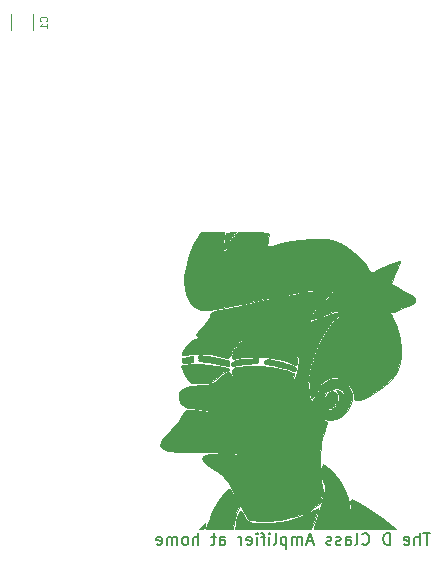
<source format=gbo>
G04 #@! TF.GenerationSoftware,KiCad,Pcbnew,5.1.10*
G04 #@! TF.CreationDate,2021-08-14T15:52:34+12:00*
G04 #@! TF.ProjectId,DClassAmplifier,44436c61-7373-4416-9d70-6c6966696572,rev?*
G04 #@! TF.SameCoordinates,Original*
G04 #@! TF.FileFunction,Legend,Bot*
G04 #@! TF.FilePolarity,Positive*
%FSLAX46Y46*%
G04 Gerber Fmt 4.6, Leading zero omitted, Abs format (unit mm)*
G04 Created by KiCad (PCBNEW 5.1.10) date 2021-08-14 15:52:34*
%MOMM*%
%LPD*%
G01*
G04 APERTURE LIST*
%ADD10C,0.150000*%
%ADD11C,0.010000*%
%ADD12C,0.120000*%
%ADD13C,0.100000*%
%ADD14C,1.500000*%
%ADD15C,3.000000*%
%ADD16R,3.000000X3.000000*%
%ADD17O,2.000000X1.905000*%
%ADD18R,2.000000X1.905000*%
%ADD19O,3.500000X3.500000*%
%ADD20C,2.000000*%
%ADD21C,1.905000*%
%ADD22C,1.600000*%
%ADD23R,1.600000X1.600000*%
%ADD24C,2.400000*%
%ADD25R,2.400000X2.400000*%
%ADD26C,5.700000*%
G04 APERTURE END LIST*
D10*
X175962857Y-110052380D02*
X175391428Y-110052380D01*
X175677142Y-111052380D02*
X175677142Y-110052380D01*
X175058095Y-111052380D02*
X175058095Y-110052380D01*
X174629523Y-111052380D02*
X174629523Y-110528571D01*
X174677142Y-110433333D01*
X174772380Y-110385714D01*
X174915238Y-110385714D01*
X175010476Y-110433333D01*
X175058095Y-110480952D01*
X173772380Y-111004761D02*
X173867619Y-111052380D01*
X174058095Y-111052380D01*
X174153333Y-111004761D01*
X174200952Y-110909523D01*
X174200952Y-110528571D01*
X174153333Y-110433333D01*
X174058095Y-110385714D01*
X173867619Y-110385714D01*
X173772380Y-110433333D01*
X173724761Y-110528571D01*
X173724761Y-110623809D01*
X174200952Y-110719047D01*
X172534285Y-111052380D02*
X172534285Y-110052380D01*
X172296190Y-110052380D01*
X172153333Y-110100000D01*
X172058095Y-110195238D01*
X172010476Y-110290476D01*
X171962857Y-110480952D01*
X171962857Y-110623809D01*
X172010476Y-110814285D01*
X172058095Y-110909523D01*
X172153333Y-111004761D01*
X172296190Y-111052380D01*
X172534285Y-111052380D01*
X170200952Y-110957142D02*
X170248571Y-111004761D01*
X170391428Y-111052380D01*
X170486666Y-111052380D01*
X170629523Y-111004761D01*
X170724761Y-110909523D01*
X170772380Y-110814285D01*
X170820000Y-110623809D01*
X170820000Y-110480952D01*
X170772380Y-110290476D01*
X170724761Y-110195238D01*
X170629523Y-110100000D01*
X170486666Y-110052380D01*
X170391428Y-110052380D01*
X170248571Y-110100000D01*
X170200952Y-110147619D01*
X169629523Y-111052380D02*
X169724761Y-111004761D01*
X169772380Y-110909523D01*
X169772380Y-110052380D01*
X168820000Y-111052380D02*
X168820000Y-110528571D01*
X168867619Y-110433333D01*
X168962857Y-110385714D01*
X169153333Y-110385714D01*
X169248571Y-110433333D01*
X168820000Y-111004761D02*
X168915238Y-111052380D01*
X169153333Y-111052380D01*
X169248571Y-111004761D01*
X169296190Y-110909523D01*
X169296190Y-110814285D01*
X169248571Y-110719047D01*
X169153333Y-110671428D01*
X168915238Y-110671428D01*
X168820000Y-110623809D01*
X168391428Y-111004761D02*
X168296190Y-111052380D01*
X168105714Y-111052380D01*
X168010476Y-111004761D01*
X167962857Y-110909523D01*
X167962857Y-110861904D01*
X168010476Y-110766666D01*
X168105714Y-110719047D01*
X168248571Y-110719047D01*
X168343809Y-110671428D01*
X168391428Y-110576190D01*
X168391428Y-110528571D01*
X168343809Y-110433333D01*
X168248571Y-110385714D01*
X168105714Y-110385714D01*
X168010476Y-110433333D01*
X167581904Y-111004761D02*
X167486666Y-111052380D01*
X167296190Y-111052380D01*
X167200952Y-111004761D01*
X167153333Y-110909523D01*
X167153333Y-110861904D01*
X167200952Y-110766666D01*
X167296190Y-110719047D01*
X167439047Y-110719047D01*
X167534285Y-110671428D01*
X167581904Y-110576190D01*
X167581904Y-110528571D01*
X167534285Y-110433333D01*
X167439047Y-110385714D01*
X167296190Y-110385714D01*
X167200952Y-110433333D01*
X166010476Y-110766666D02*
X165534285Y-110766666D01*
X166105714Y-111052380D02*
X165772380Y-110052380D01*
X165439047Y-111052380D01*
X165105714Y-111052380D02*
X165105714Y-110385714D01*
X165105714Y-110480952D02*
X165058095Y-110433333D01*
X164962857Y-110385714D01*
X164820000Y-110385714D01*
X164724761Y-110433333D01*
X164677142Y-110528571D01*
X164677142Y-111052380D01*
X164677142Y-110528571D02*
X164629523Y-110433333D01*
X164534285Y-110385714D01*
X164391428Y-110385714D01*
X164296190Y-110433333D01*
X164248571Y-110528571D01*
X164248571Y-111052380D01*
X163772380Y-110385714D02*
X163772380Y-111385714D01*
X163772380Y-110433333D02*
X163677142Y-110385714D01*
X163486666Y-110385714D01*
X163391428Y-110433333D01*
X163343809Y-110480952D01*
X163296190Y-110576190D01*
X163296190Y-110861904D01*
X163343809Y-110957142D01*
X163391428Y-111004761D01*
X163486666Y-111052380D01*
X163677142Y-111052380D01*
X163772380Y-111004761D01*
X162724761Y-111052380D02*
X162820000Y-111004761D01*
X162867619Y-110909523D01*
X162867619Y-110052380D01*
X162343809Y-111052380D02*
X162343809Y-110385714D01*
X162343809Y-110052380D02*
X162391428Y-110100000D01*
X162343809Y-110147619D01*
X162296190Y-110100000D01*
X162343809Y-110052380D01*
X162343809Y-110147619D01*
X162010476Y-110385714D02*
X161629523Y-110385714D01*
X161867619Y-111052380D02*
X161867619Y-110195238D01*
X161820000Y-110100000D01*
X161724761Y-110052380D01*
X161629523Y-110052380D01*
X161296190Y-111052380D02*
X161296190Y-110385714D01*
X161296190Y-110052380D02*
X161343809Y-110100000D01*
X161296190Y-110147619D01*
X161248571Y-110100000D01*
X161296190Y-110052380D01*
X161296190Y-110147619D01*
X160439047Y-111004761D02*
X160534285Y-111052380D01*
X160724761Y-111052380D01*
X160820000Y-111004761D01*
X160867619Y-110909523D01*
X160867619Y-110528571D01*
X160820000Y-110433333D01*
X160724761Y-110385714D01*
X160534285Y-110385714D01*
X160439047Y-110433333D01*
X160391428Y-110528571D01*
X160391428Y-110623809D01*
X160867619Y-110719047D01*
X159962857Y-111052380D02*
X159962857Y-110385714D01*
X159962857Y-110576190D02*
X159915238Y-110480952D01*
X159867619Y-110433333D01*
X159772380Y-110385714D01*
X159677142Y-110385714D01*
X158153333Y-111052380D02*
X158153333Y-110528571D01*
X158200952Y-110433333D01*
X158296190Y-110385714D01*
X158486666Y-110385714D01*
X158581904Y-110433333D01*
X158153333Y-111004761D02*
X158248571Y-111052380D01*
X158486666Y-111052380D01*
X158581904Y-111004761D01*
X158629523Y-110909523D01*
X158629523Y-110814285D01*
X158581904Y-110719047D01*
X158486666Y-110671428D01*
X158248571Y-110671428D01*
X158153333Y-110623809D01*
X157820000Y-110385714D02*
X157439047Y-110385714D01*
X157677142Y-110052380D02*
X157677142Y-110909523D01*
X157629523Y-111004761D01*
X157534285Y-111052380D01*
X157439047Y-111052380D01*
X156343809Y-111052380D02*
X156343809Y-110052380D01*
X155915238Y-111052380D02*
X155915238Y-110528571D01*
X155962857Y-110433333D01*
X156058095Y-110385714D01*
X156200952Y-110385714D01*
X156296190Y-110433333D01*
X156343809Y-110480952D01*
X155296190Y-111052380D02*
X155391428Y-111004761D01*
X155439047Y-110957142D01*
X155486666Y-110861904D01*
X155486666Y-110576190D01*
X155439047Y-110480952D01*
X155391428Y-110433333D01*
X155296190Y-110385714D01*
X155153333Y-110385714D01*
X155058095Y-110433333D01*
X155010476Y-110480952D01*
X154962857Y-110576190D01*
X154962857Y-110861904D01*
X155010476Y-110957142D01*
X155058095Y-111004761D01*
X155153333Y-111052380D01*
X155296190Y-111052380D01*
X154534285Y-111052380D02*
X154534285Y-110385714D01*
X154534285Y-110480952D02*
X154486666Y-110433333D01*
X154391428Y-110385714D01*
X154248571Y-110385714D01*
X154153333Y-110433333D01*
X154105714Y-110528571D01*
X154105714Y-111052380D01*
X154105714Y-110528571D02*
X154058095Y-110433333D01*
X153962857Y-110385714D01*
X153820000Y-110385714D01*
X153724761Y-110433333D01*
X153677142Y-110528571D01*
X153677142Y-111052380D01*
X152820000Y-111004761D02*
X152915238Y-111052380D01*
X153105714Y-111052380D01*
X153200952Y-111004761D01*
X153248571Y-110909523D01*
X153248571Y-110528571D01*
X153200952Y-110433333D01*
X153105714Y-110385714D01*
X152915238Y-110385714D01*
X152820000Y-110433333D01*
X152772380Y-110528571D01*
X152772380Y-110623809D01*
X153248571Y-110719047D01*
D11*
G36*
X158839732Y-84626904D02*
G01*
X158695091Y-84688397D01*
X158649268Y-84757500D01*
X158614221Y-84906087D01*
X158579235Y-85146019D01*
X158548677Y-85428405D01*
X158526913Y-85704353D01*
X158518309Y-85924975D01*
X158527232Y-86041378D01*
X158533959Y-86048667D01*
X158593618Y-85982391D01*
X158723404Y-85803587D01*
X158902067Y-85542288D01*
X159043123Y-85329000D01*
X159513102Y-84609334D01*
X159109942Y-84609334D01*
X158839732Y-84626904D01*
G37*
X158839732Y-84626904D02*
X158695091Y-84688397D01*
X158649268Y-84757500D01*
X158614221Y-84906087D01*
X158579235Y-85146019D01*
X158548677Y-85428405D01*
X158526913Y-85704353D01*
X158518309Y-85924975D01*
X158527232Y-86041378D01*
X158533959Y-86048667D01*
X158593618Y-85982391D01*
X158723404Y-85803587D01*
X158902067Y-85542288D01*
X159043123Y-85329000D01*
X159513102Y-84609334D01*
X159109942Y-84609334D01*
X158839732Y-84626904D01*
G36*
X155391480Y-95147687D02*
G01*
X155121765Y-95210072D01*
X154980161Y-95275149D01*
X154926979Y-95368334D01*
X154921000Y-95448974D01*
X154936242Y-95575971D01*
X155005582Y-95643856D01*
X155164435Y-95663798D01*
X155448220Y-95646966D01*
X155526327Y-95639867D01*
X155748216Y-95609622D01*
X155847600Y-95546618D01*
X155871055Y-95408873D01*
X155869807Y-95330267D01*
X155861960Y-95053440D01*
X155391480Y-95147687D01*
G37*
X155391480Y-95147687D02*
X155121765Y-95210072D01*
X154980161Y-95275149D01*
X154926979Y-95368334D01*
X154921000Y-95448974D01*
X154936242Y-95575971D01*
X155005582Y-95643856D01*
X155164435Y-95663798D01*
X155448220Y-95646966D01*
X155526327Y-95639867D01*
X155748216Y-95609622D01*
X155847600Y-95546618D01*
X155871055Y-95408873D01*
X155869807Y-95330267D01*
X155861960Y-95053440D01*
X155391480Y-95147687D01*
G36*
X156302809Y-95038966D02*
G01*
X156278357Y-95107541D01*
X156311058Y-95179696D01*
X156347281Y-95357596D01*
X156311952Y-95418848D01*
X156350138Y-95467220D01*
X156552288Y-95520463D01*
X156913141Y-95577417D01*
X157178718Y-95610058D01*
X157607934Y-95665702D01*
X158016804Y-95730306D01*
X158350825Y-95794663D01*
X158514303Y-95835656D01*
X158744271Y-95904413D01*
X158893490Y-95947041D01*
X158921500Y-95953750D01*
X158936687Y-95881022D01*
X158942666Y-95714219D01*
X158916500Y-95546113D01*
X158806993Y-95443572D01*
X158625166Y-95374360D01*
X158377809Y-95312023D01*
X158020106Y-95240141D01*
X157603947Y-95167130D01*
X157181220Y-95101408D01*
X156803814Y-95051389D01*
X156523618Y-95025492D01*
X156463188Y-95023674D01*
X156302809Y-95038966D01*
G37*
X156302809Y-95038966D02*
X156278357Y-95107541D01*
X156311058Y-95179696D01*
X156347281Y-95357596D01*
X156311952Y-95418848D01*
X156350138Y-95467220D01*
X156552288Y-95520463D01*
X156913141Y-95577417D01*
X157178718Y-95610058D01*
X157607934Y-95665702D01*
X158016804Y-95730306D01*
X158350825Y-95794663D01*
X158514303Y-95835656D01*
X158744271Y-95904413D01*
X158893490Y-95947041D01*
X158921500Y-95953750D01*
X158936687Y-95881022D01*
X158942666Y-95714219D01*
X158916500Y-95546113D01*
X158806993Y-95443572D01*
X158625166Y-95374360D01*
X158377809Y-95312023D01*
X158020106Y-95240141D01*
X157603947Y-95167130D01*
X157181220Y-95101408D01*
X156803814Y-95051389D01*
X156523618Y-95025492D01*
X156463188Y-95023674D01*
X156302809Y-95038966D01*
G36*
X160498289Y-95310561D02*
G01*
X159928870Y-95364995D01*
X159517141Y-95446337D01*
X159253089Y-95558032D01*
X159126706Y-95703524D01*
X159112000Y-95787508D01*
X159172362Y-95921647D01*
X159354194Y-95939729D01*
X159620000Y-95857967D01*
X159797854Y-95814413D01*
X160093017Y-95771186D01*
X160453599Y-95735279D01*
X160614833Y-95723894D01*
X160981416Y-95699413D01*
X161210971Y-95673648D01*
X161335544Y-95635967D01*
X161387182Y-95575740D01*
X161397933Y-95482335D01*
X161398000Y-95464091D01*
X161398000Y-95252394D01*
X160498289Y-95310561D01*
G37*
X160498289Y-95310561D02*
X159928870Y-95364995D01*
X159517141Y-95446337D01*
X159253089Y-95558032D01*
X159126706Y-95703524D01*
X159112000Y-95787508D01*
X159172362Y-95921647D01*
X159354194Y-95939729D01*
X159620000Y-95857967D01*
X159797854Y-95814413D01*
X160093017Y-95771186D01*
X160453599Y-95735279D01*
X160614833Y-95723894D01*
X160981416Y-95699413D01*
X161210971Y-95673648D01*
X161335544Y-95635967D01*
X161387182Y-95575740D01*
X161397933Y-95482335D01*
X161398000Y-95464091D01*
X161398000Y-95252394D01*
X160498289Y-95310561D01*
G36*
X162016125Y-95384443D02*
G01*
X161906464Y-95467912D01*
X161880113Y-95536513D01*
X161860913Y-95626924D01*
X161878965Y-95689791D01*
X161962835Y-95737259D01*
X162141090Y-95781477D01*
X162442295Y-95834592D01*
X162668000Y-95871556D01*
X163176903Y-95972184D01*
X163700699Y-96105359D01*
X164167309Y-96251688D01*
X164371574Y-96329955D01*
X164511820Y-96321152D01*
X164564067Y-96243748D01*
X164598021Y-96153290D01*
X164589778Y-96092869D01*
X164507999Y-96030196D01*
X164321342Y-95932985D01*
X164206315Y-95875191D01*
X163873369Y-95735784D01*
X163451990Y-95599094D01*
X163002232Y-95480803D01*
X162584152Y-95396592D01*
X162257804Y-95362143D01*
X162240998Y-95362000D01*
X162016125Y-95384443D01*
G37*
X162016125Y-95384443D02*
X161906464Y-95467912D01*
X161880113Y-95536513D01*
X161860913Y-95626924D01*
X161878965Y-95689791D01*
X161962835Y-95737259D01*
X162141090Y-95781477D01*
X162442295Y-95834592D01*
X162668000Y-95871556D01*
X163176903Y-95972184D01*
X163700699Y-96105359D01*
X164167309Y-96251688D01*
X164371574Y-96329955D01*
X164511820Y-96321152D01*
X164564067Y-96243748D01*
X164598021Y-96153290D01*
X164589778Y-96092869D01*
X164507999Y-96030196D01*
X164321342Y-95932985D01*
X164206315Y-95875191D01*
X163873369Y-95735784D01*
X163451990Y-95599094D01*
X163002232Y-95480803D01*
X162584152Y-95396592D01*
X162257804Y-95362143D01*
X162240998Y-95362000D01*
X162016125Y-95384443D01*
G36*
X155640666Y-95781590D02*
G01*
X155327082Y-95821934D01*
X155080677Y-95852271D01*
X154948073Y-95866889D01*
X154940553Y-95867386D01*
X154889563Y-95935361D01*
X154917276Y-96107497D01*
X155007604Y-96347641D01*
X155144459Y-96619639D01*
X155311754Y-96887336D01*
X155493401Y-97114579D01*
X155497421Y-97118834D01*
X155645093Y-97263182D01*
X155779908Y-97344353D01*
X155956227Y-97378970D01*
X156228409Y-97383656D01*
X156355775Y-97381314D01*
X156696273Y-97369662D01*
X157001955Y-97351616D01*
X157196111Y-97332366D01*
X157373016Y-97262558D01*
X157628783Y-97108981D01*
X157916211Y-96900924D01*
X158000145Y-96833427D01*
X158280501Y-96614598D01*
X158533684Y-96438806D01*
X158716235Y-96335566D01*
X158751867Y-96322864D01*
X158910226Y-96260561D01*
X158911422Y-96189351D01*
X158751721Y-96105317D01*
X158455833Y-96012306D01*
X157887345Y-95888348D01*
X157243111Y-95800320D01*
X156587347Y-95753485D01*
X155984269Y-95753105D01*
X155640666Y-95781590D01*
G37*
X155640666Y-95781590D02*
X155327082Y-95821934D01*
X155080677Y-95852271D01*
X154948073Y-95866889D01*
X154940553Y-95867386D01*
X154889563Y-95935361D01*
X154917276Y-96107497D01*
X155007604Y-96347641D01*
X155144459Y-96619639D01*
X155311754Y-96887336D01*
X155493401Y-97114579D01*
X155497421Y-97118834D01*
X155645093Y-97263182D01*
X155779908Y-97344353D01*
X155956227Y-97378970D01*
X156228409Y-97383656D01*
X156355775Y-97381314D01*
X156696273Y-97369662D01*
X157001955Y-97351616D01*
X157196111Y-97332366D01*
X157373016Y-97262558D01*
X157628783Y-97108981D01*
X157916211Y-96900924D01*
X158000145Y-96833427D01*
X158280501Y-96614598D01*
X158533684Y-96438806D01*
X158716235Y-96335566D01*
X158751867Y-96322864D01*
X158910226Y-96260561D01*
X158911422Y-96189351D01*
X158751721Y-96105317D01*
X158455833Y-96012306D01*
X157887345Y-95888348D01*
X157243111Y-95800320D01*
X156587347Y-95753485D01*
X155984269Y-95753105D01*
X155640666Y-95781590D01*
G36*
X156262450Y-84969167D02*
G01*
X155957239Y-85492033D01*
X155680259Y-86135803D01*
X155445562Y-86852644D01*
X155267200Y-87594722D01*
X155159223Y-88314203D01*
X155132880Y-88814481D01*
X155161446Y-89394986D01*
X155257553Y-89860992D01*
X155436271Y-90259003D01*
X155712672Y-90635518D01*
X155729264Y-90654541D01*
X156128919Y-90993992D01*
X156594754Y-91177613D01*
X156947008Y-91213334D01*
X157247156Y-91191744D01*
X157704036Y-91127782D01*
X158310749Y-91022654D01*
X159060399Y-90877567D01*
X159946087Y-90693730D01*
X160085666Y-90663870D01*
X160805031Y-90510589D01*
X161554678Y-90352914D01*
X162311466Y-90195539D01*
X163052253Y-90043156D01*
X163753897Y-89900459D01*
X164393256Y-89772141D01*
X164947188Y-89662895D01*
X165392552Y-89577413D01*
X165706206Y-89520390D01*
X165800666Y-89504888D01*
X166197730Y-89462241D01*
X166617172Y-89446828D01*
X167017949Y-89456767D01*
X167359016Y-89490170D01*
X167599329Y-89545154D01*
X167681774Y-89591281D01*
X167719857Y-89672676D01*
X167667286Y-89779695D01*
X167504846Y-89941946D01*
X167389016Y-90042366D01*
X167121163Y-90293976D01*
X166841954Y-90596993D01*
X166571592Y-90923869D01*
X166330278Y-91247054D01*
X166138216Y-91539000D01*
X166015607Y-91772157D01*
X165982653Y-91918977D01*
X165994763Y-91943652D01*
X166081313Y-91927865D01*
X166293366Y-91861675D01*
X166598519Y-91755832D01*
X166944495Y-91628583D01*
X167491280Y-91430496D01*
X167907066Y-91299749D01*
X168213858Y-91231131D01*
X168433660Y-91219429D01*
X168558499Y-91246317D01*
X168607735Y-91295503D01*
X168572062Y-91391424D01*
X168437153Y-91556684D01*
X168216489Y-91785962D01*
X167917150Y-92114159D01*
X167601305Y-92502514D01*
X167344512Y-92856621D01*
X167095449Y-93269421D01*
X166825925Y-93780026D01*
X166558775Y-94338740D01*
X166316834Y-94895870D01*
X166122938Y-95401720D01*
X166012905Y-95754462D01*
X165896233Y-96288581D01*
X165814533Y-96841417D01*
X165769297Y-97378145D01*
X165762018Y-97863941D01*
X165794192Y-98263980D01*
X165867311Y-98543436D01*
X165891327Y-98589032D01*
X165923083Y-98643350D01*
X165952382Y-98666959D01*
X165996854Y-98639467D01*
X166074128Y-98540488D01*
X166201834Y-98349631D01*
X166397601Y-98046508D01*
X166506312Y-97877788D01*
X166740547Y-97526155D01*
X166923329Y-97288218D01*
X167086891Y-97130466D01*
X167263469Y-97019389D01*
X167387259Y-96961983D01*
X167748698Y-96848756D01*
X168077890Y-96851294D01*
X168422867Y-96976808D01*
X168732751Y-97164006D01*
X169100592Y-97494586D01*
X169368494Y-97902431D01*
X169509116Y-98340806D01*
X169523615Y-98515834D01*
X169539275Y-98704376D01*
X169602158Y-98803564D01*
X169741416Y-98819607D01*
X169986202Y-98758714D01*
X170246656Y-98669828D01*
X170910327Y-98396249D01*
X171490624Y-98067638D01*
X172039781Y-97649886D01*
X172561858Y-97158061D01*
X172977199Y-96672225D01*
X173257077Y-96177371D01*
X173421634Y-95625986D01*
X173491015Y-94970555D01*
X173491196Y-94965909D01*
X173472664Y-94346344D01*
X173381247Y-93669600D01*
X173229599Y-92993013D01*
X173030374Y-92373921D01*
X172815305Y-91903276D01*
X172687098Y-91662126D01*
X172606091Y-91488019D01*
X172589613Y-91424208D01*
X172677370Y-91383917D01*
X172877162Y-91306320D01*
X173082000Y-91231238D01*
X173413247Y-91106659D01*
X173805648Y-90950852D01*
X174117874Y-90821306D01*
X174413819Y-90689173D01*
X174585159Y-90588136D01*
X174665511Y-90488957D01*
X174688487Y-90362393D01*
X174689201Y-90324334D01*
X174680666Y-90216337D01*
X174637964Y-90123587D01*
X174537060Y-90027647D01*
X174353917Y-89910086D01*
X174064500Y-89752467D01*
X173695660Y-89562334D01*
X173286043Y-89343584D01*
X172964370Y-89152528D01*
X172753090Y-89003437D01*
X172675021Y-88913413D01*
X172698338Y-88782686D01*
X172781502Y-88536870D01*
X172910750Y-88213374D01*
X173043134Y-87912749D01*
X173197072Y-87565227D01*
X173314719Y-87276850D01*
X173383417Y-87080261D01*
X173393450Y-87009228D01*
X173305182Y-87026939D01*
X173091593Y-87105050D01*
X172780790Y-87232308D01*
X172400879Y-87397461D01*
X172215781Y-87480726D01*
X171812434Y-87662434D01*
X171464803Y-87816048D01*
X171201452Y-87929176D01*
X171050942Y-87989431D01*
X171027889Y-87996000D01*
X170956939Y-87931895D01*
X170816549Y-87761675D01*
X170633618Y-87518481D01*
X170580801Y-87445137D01*
X170265193Y-87057830D01*
X169860013Y-86640293D01*
X169407571Y-86229825D01*
X168950178Y-85863722D01*
X168530142Y-85579282D01*
X168355197Y-85483193D01*
X167880398Y-85314263D01*
X167276882Y-85202898D01*
X166575122Y-85148932D01*
X165805590Y-85152201D01*
X164998759Y-85212541D01*
X164185103Y-85329788D01*
X163395092Y-85503777D01*
X163371330Y-85510070D01*
X162893635Y-85638536D01*
X162557609Y-85725721D01*
X162339986Y-85768685D01*
X162217500Y-85764486D01*
X162166884Y-85710183D01*
X162164873Y-85602835D01*
X162188200Y-85439502D01*
X162198904Y-85361863D01*
X162239420Y-85075717D01*
X162279620Y-84842651D01*
X162298830Y-84757500D01*
X162302811Y-84701738D01*
X162262553Y-84662004D01*
X162154633Y-84635635D01*
X161955626Y-84619971D01*
X161642110Y-84612350D01*
X161190660Y-84610110D01*
X161001539Y-84610102D01*
X159662333Y-84610870D01*
X159214936Y-85288059D01*
X159015370Y-85595439D01*
X158850467Y-85859294D01*
X158743864Y-86041320D01*
X158719045Y-86091624D01*
X158628860Y-86222305D01*
X158531374Y-86214665D01*
X158444983Y-86097758D01*
X158388086Y-85900634D01*
X158379078Y-85652347D01*
X158388796Y-85570104D01*
X158424903Y-85326064D01*
X158465973Y-85029594D01*
X158474001Y-84969167D01*
X158521334Y-84609334D01*
X156516039Y-84609334D01*
X156262450Y-84969167D01*
G37*
X156262450Y-84969167D02*
X155957239Y-85492033D01*
X155680259Y-86135803D01*
X155445562Y-86852644D01*
X155267200Y-87594722D01*
X155159223Y-88314203D01*
X155132880Y-88814481D01*
X155161446Y-89394986D01*
X155257553Y-89860992D01*
X155436271Y-90259003D01*
X155712672Y-90635518D01*
X155729264Y-90654541D01*
X156128919Y-90993992D01*
X156594754Y-91177613D01*
X156947008Y-91213334D01*
X157247156Y-91191744D01*
X157704036Y-91127782D01*
X158310749Y-91022654D01*
X159060399Y-90877567D01*
X159946087Y-90693730D01*
X160085666Y-90663870D01*
X160805031Y-90510589D01*
X161554678Y-90352914D01*
X162311466Y-90195539D01*
X163052253Y-90043156D01*
X163753897Y-89900459D01*
X164393256Y-89772141D01*
X164947188Y-89662895D01*
X165392552Y-89577413D01*
X165706206Y-89520390D01*
X165800666Y-89504888D01*
X166197730Y-89462241D01*
X166617172Y-89446828D01*
X167017949Y-89456767D01*
X167359016Y-89490170D01*
X167599329Y-89545154D01*
X167681774Y-89591281D01*
X167719857Y-89672676D01*
X167667286Y-89779695D01*
X167504846Y-89941946D01*
X167389016Y-90042366D01*
X167121163Y-90293976D01*
X166841954Y-90596993D01*
X166571592Y-90923869D01*
X166330278Y-91247054D01*
X166138216Y-91539000D01*
X166015607Y-91772157D01*
X165982653Y-91918977D01*
X165994763Y-91943652D01*
X166081313Y-91927865D01*
X166293366Y-91861675D01*
X166598519Y-91755832D01*
X166944495Y-91628583D01*
X167491280Y-91430496D01*
X167907066Y-91299749D01*
X168213858Y-91231131D01*
X168433660Y-91219429D01*
X168558499Y-91246317D01*
X168607735Y-91295503D01*
X168572062Y-91391424D01*
X168437153Y-91556684D01*
X168216489Y-91785962D01*
X167917150Y-92114159D01*
X167601305Y-92502514D01*
X167344512Y-92856621D01*
X167095449Y-93269421D01*
X166825925Y-93780026D01*
X166558775Y-94338740D01*
X166316834Y-94895870D01*
X166122938Y-95401720D01*
X166012905Y-95754462D01*
X165896233Y-96288581D01*
X165814533Y-96841417D01*
X165769297Y-97378145D01*
X165762018Y-97863941D01*
X165794192Y-98263980D01*
X165867311Y-98543436D01*
X165891327Y-98589032D01*
X165923083Y-98643350D01*
X165952382Y-98666959D01*
X165996854Y-98639467D01*
X166074128Y-98540488D01*
X166201834Y-98349631D01*
X166397601Y-98046508D01*
X166506312Y-97877788D01*
X166740547Y-97526155D01*
X166923329Y-97288218D01*
X167086891Y-97130466D01*
X167263469Y-97019389D01*
X167387259Y-96961983D01*
X167748698Y-96848756D01*
X168077890Y-96851294D01*
X168422867Y-96976808D01*
X168732751Y-97164006D01*
X169100592Y-97494586D01*
X169368494Y-97902431D01*
X169509116Y-98340806D01*
X169523615Y-98515834D01*
X169539275Y-98704376D01*
X169602158Y-98803564D01*
X169741416Y-98819607D01*
X169986202Y-98758714D01*
X170246656Y-98669828D01*
X170910327Y-98396249D01*
X171490624Y-98067638D01*
X172039781Y-97649886D01*
X172561858Y-97158061D01*
X172977199Y-96672225D01*
X173257077Y-96177371D01*
X173421634Y-95625986D01*
X173491015Y-94970555D01*
X173491196Y-94965909D01*
X173472664Y-94346344D01*
X173381247Y-93669600D01*
X173229599Y-92993013D01*
X173030374Y-92373921D01*
X172815305Y-91903276D01*
X172687098Y-91662126D01*
X172606091Y-91488019D01*
X172589613Y-91424208D01*
X172677370Y-91383917D01*
X172877162Y-91306320D01*
X173082000Y-91231238D01*
X173413247Y-91106659D01*
X173805648Y-90950852D01*
X174117874Y-90821306D01*
X174413819Y-90689173D01*
X174585159Y-90588136D01*
X174665511Y-90488957D01*
X174688487Y-90362393D01*
X174689201Y-90324334D01*
X174680666Y-90216337D01*
X174637964Y-90123587D01*
X174537060Y-90027647D01*
X174353917Y-89910086D01*
X174064500Y-89752467D01*
X173695660Y-89562334D01*
X173286043Y-89343584D01*
X172964370Y-89152528D01*
X172753090Y-89003437D01*
X172675021Y-88913413D01*
X172698338Y-88782686D01*
X172781502Y-88536870D01*
X172910750Y-88213374D01*
X173043134Y-87912749D01*
X173197072Y-87565227D01*
X173314719Y-87276850D01*
X173383417Y-87080261D01*
X173393450Y-87009228D01*
X173305182Y-87026939D01*
X173091593Y-87105050D01*
X172780790Y-87232308D01*
X172400879Y-87397461D01*
X172215781Y-87480726D01*
X171812434Y-87662434D01*
X171464803Y-87816048D01*
X171201452Y-87929176D01*
X171050942Y-87989431D01*
X171027889Y-87996000D01*
X170956939Y-87931895D01*
X170816549Y-87761675D01*
X170633618Y-87518481D01*
X170580801Y-87445137D01*
X170265193Y-87057830D01*
X169860013Y-86640293D01*
X169407571Y-86229825D01*
X168950178Y-85863722D01*
X168530142Y-85579282D01*
X168355197Y-85483193D01*
X167880398Y-85314263D01*
X167276882Y-85202898D01*
X166575122Y-85148932D01*
X165805590Y-85152201D01*
X164998759Y-85212541D01*
X164185103Y-85329788D01*
X163395092Y-85503777D01*
X163371330Y-85510070D01*
X162893635Y-85638536D01*
X162557609Y-85725721D01*
X162339986Y-85768685D01*
X162217500Y-85764486D01*
X162166884Y-85710183D01*
X162164873Y-85602835D01*
X162188200Y-85439502D01*
X162198904Y-85361863D01*
X162239420Y-85075717D01*
X162279620Y-84842651D01*
X162298830Y-84757500D01*
X162302811Y-84701738D01*
X162262553Y-84662004D01*
X162154633Y-84635635D01*
X161955626Y-84619971D01*
X161642110Y-84612350D01*
X161190660Y-84610110D01*
X161001539Y-84610102D01*
X159662333Y-84610870D01*
X159214936Y-85288059D01*
X159015370Y-85595439D01*
X158850467Y-85859294D01*
X158743864Y-86041320D01*
X158719045Y-86091624D01*
X158628860Y-86222305D01*
X158531374Y-86214665D01*
X158444983Y-86097758D01*
X158388086Y-85900634D01*
X158379078Y-85652347D01*
X158388796Y-85570104D01*
X158424903Y-85326064D01*
X158465973Y-85029594D01*
X158474001Y-84969167D01*
X158521334Y-84609334D01*
X156516039Y-84609334D01*
X156262450Y-84969167D01*
G36*
X166452180Y-89576129D02*
G01*
X166168246Y-89597227D01*
X165837477Y-89635691D01*
X165442558Y-89694475D01*
X164966176Y-89776531D01*
X164391015Y-89884814D01*
X163699761Y-90022277D01*
X162875101Y-90191874D01*
X162075333Y-90359493D01*
X161325847Y-90517669D01*
X160720978Y-90645714D01*
X160239603Y-90748174D01*
X159860594Y-90829598D01*
X159562828Y-90894535D01*
X159325177Y-90947532D01*
X159126516Y-90993136D01*
X159064257Y-91007729D01*
X158744758Y-91074560D01*
X158454298Y-91121206D01*
X158302257Y-91135174D01*
X158052504Y-91164938D01*
X157764438Y-91229461D01*
X157723800Y-91241251D01*
X157515310Y-91322262D01*
X157391993Y-91441148D01*
X157303416Y-91654275D01*
X157277537Y-91740003D01*
X157141269Y-92060605D01*
X156913718Y-92336517D01*
X156774811Y-92459427D01*
X156477603Y-92743253D01*
X156262162Y-93024253D01*
X156155453Y-93265117D01*
X156148666Y-93325796D01*
X156221866Y-93393094D01*
X156381500Y-93423417D01*
X156505412Y-93434266D01*
X156488086Y-93459642D01*
X156318375Y-93510307D01*
X156281291Y-93520170D01*
X156018821Y-93637113D01*
X155725668Y-93840353D01*
X155437709Y-94094927D01*
X155190820Y-94365872D01*
X155020878Y-94618228D01*
X154963333Y-94804524D01*
X154981108Y-94970972D01*
X155069927Y-95011544D01*
X155196166Y-94989226D01*
X155809846Y-94900020D01*
X156523944Y-94884810D01*
X157286753Y-94943215D01*
X157715000Y-95007768D01*
X158104027Y-95080040D01*
X158439460Y-95147342D01*
X158681099Y-95201304D01*
X158780973Y-95229695D01*
X158873882Y-95221515D01*
X158981453Y-95106715D01*
X159122009Y-94863031D01*
X159183960Y-94739979D01*
X159338465Y-94472484D01*
X159534494Y-94196841D01*
X159744925Y-93943389D01*
X159942636Y-93742469D01*
X160100506Y-93624418D01*
X160188494Y-93616272D01*
X160159789Y-93693020D01*
X160032663Y-93829047D01*
X159977985Y-93877070D01*
X159765528Y-94089620D01*
X159565557Y-94347748D01*
X159392608Y-94622018D01*
X159261213Y-94882994D01*
X159185907Y-95101238D01*
X159181224Y-95247316D01*
X159261697Y-95291791D01*
X159281333Y-95288049D01*
X159641437Y-95226061D01*
X160123796Y-95182405D01*
X160682152Y-95158755D01*
X161270246Y-95156787D01*
X161841821Y-95178175D01*
X162003943Y-95189458D01*
X162558470Y-95244141D01*
X163035442Y-95321855D01*
X163492175Y-95436930D01*
X163985983Y-95603701D01*
X164547600Y-95825523D01*
X164627144Y-95837228D01*
X164675016Y-95769115D01*
X164702671Y-95589047D01*
X164717667Y-95348268D01*
X164732834Y-95062782D01*
X164747379Y-94932151D01*
X164768583Y-94942081D01*
X164803727Y-95078277D01*
X164819567Y-95148239D01*
X164846274Y-95537011D01*
X164785450Y-96007558D01*
X164648011Y-96503881D01*
X164476056Y-96910227D01*
X164336923Y-97159164D01*
X164247859Y-97271602D01*
X164220190Y-97245547D01*
X164265239Y-97079003D01*
X164320582Y-96937606D01*
X164393068Y-96721911D01*
X164411966Y-96571626D01*
X164405364Y-96550080D01*
X164286459Y-96471029D01*
X164028767Y-96370135D01*
X163660015Y-96256324D01*
X163207930Y-96138519D01*
X162922000Y-96072655D01*
X162380184Y-95989128D01*
X161679362Y-95941217D01*
X161059333Y-95928983D01*
X160396832Y-95936938D01*
X159890957Y-95970062D01*
X159530033Y-96034868D01*
X159302384Y-96137867D01*
X159196335Y-96285574D01*
X159200210Y-96484499D01*
X159302332Y-96741155D01*
X159372838Y-96869673D01*
X159477770Y-97061879D01*
X159532891Y-97185067D01*
X159535333Y-97197540D01*
X159495486Y-97216018D01*
X159397415Y-97128523D01*
X159273324Y-96972249D01*
X159155421Y-96784388D01*
X159123323Y-96721724D01*
X158999470Y-96526646D01*
X158855344Y-96454672D01*
X158664795Y-96507865D01*
X158401673Y-96688284D01*
X158280108Y-96788188D01*
X157955630Y-97062102D01*
X157715233Y-97251337D01*
X157513960Y-97374300D01*
X157306854Y-97449398D01*
X157048960Y-97495039D01*
X156695319Y-97529630D01*
X156411375Y-97553338D01*
X155948065Y-97596693D01*
X155616056Y-97640863D01*
X155377487Y-97694228D01*
X155194493Y-97765168D01*
X155035541Y-97857862D01*
X154812820Y-98052365D01*
X154699546Y-98288877D01*
X154686672Y-98603699D01*
X154754147Y-98986977D01*
X154872703Y-99163127D01*
X155114803Y-99322254D01*
X155434710Y-99443249D01*
X155786684Y-99505005D01*
X155884905Y-99508807D01*
X156157480Y-99523316D01*
X156470007Y-99559362D01*
X156781033Y-99609316D01*
X157049105Y-99665548D01*
X157232768Y-99720428D01*
X157290569Y-99766326D01*
X157289962Y-99767425D01*
X157192513Y-99789466D01*
X156985732Y-99778867D01*
X156849096Y-99759999D01*
X156545626Y-99719213D01*
X156164030Y-99680636D01*
X155846707Y-99656623D01*
X155248415Y-99620167D01*
X154876559Y-100221583D01*
X154658537Y-100538499D01*
X154363491Y-100919288D01*
X154035208Y-101309173D01*
X153802685Y-101564942D01*
X153463822Y-101936065D01*
X153242733Y-102218600D01*
X153130736Y-102436577D01*
X153119151Y-102614027D01*
X153199297Y-102774982D01*
X153319061Y-102903742D01*
X153425516Y-102981851D01*
X153573758Y-103046404D01*
X153779438Y-103098696D01*
X154058209Y-103140023D01*
X154425722Y-103171677D01*
X154897628Y-103194955D01*
X155489579Y-103211151D01*
X156217227Y-103221560D01*
X157096223Y-103227476D01*
X157239510Y-103228046D01*
X158001475Y-103235075D01*
X158642345Y-103249757D01*
X159150044Y-103271576D01*
X159512496Y-103300015D01*
X159716010Y-103334069D01*
X159955231Y-103419428D01*
X160037944Y-103477847D01*
X159975869Y-103501696D01*
X159780728Y-103483348D01*
X159556500Y-103437874D01*
X159161183Y-103369713D01*
X158707792Y-103331100D01*
X158230506Y-103320307D01*
X157763505Y-103335607D01*
X157340970Y-103375270D01*
X156997079Y-103437569D01*
X156766014Y-103520775D01*
X156694088Y-103582614D01*
X156661211Y-103784524D01*
X156788780Y-104013487D01*
X157071483Y-104261948D01*
X157257901Y-104384205D01*
X157593923Y-104605928D01*
X157971064Y-104881080D01*
X158294979Y-105139638D01*
X158474407Y-105297351D01*
X158626610Y-105450277D01*
X158767855Y-105623213D01*
X158914408Y-105840954D01*
X159082538Y-106128296D01*
X159288510Y-106510034D01*
X159548592Y-107010966D01*
X159642123Y-107193117D01*
X159891893Y-107674710D01*
X160121298Y-108106713D01*
X160317451Y-108465677D01*
X160467465Y-108728156D01*
X160558452Y-108870702D01*
X160573457Y-108887530D01*
X160712452Y-108932513D01*
X160981579Y-108970237D01*
X161341723Y-108998867D01*
X161753771Y-109016570D01*
X162178607Y-109021510D01*
X162577117Y-109011852D01*
X162837333Y-108993716D01*
X163222794Y-108937666D01*
X163693190Y-108842038D01*
X164200078Y-108719537D01*
X164695016Y-108582867D01*
X165129561Y-108444731D01*
X165455270Y-108317833D01*
X165504333Y-108294294D01*
X165761666Y-108152880D01*
X166049256Y-107977500D01*
X166322955Y-107797257D01*
X166538613Y-107641254D01*
X166652082Y-107538594D01*
X166653269Y-107536902D01*
X166693723Y-107422311D01*
X166751687Y-107192905D01*
X166808943Y-106925942D01*
X166863952Y-106600899D01*
X166870966Y-106385928D01*
X166830007Y-106228722D01*
X166809245Y-106186628D01*
X166766011Y-106021868D01*
X166728893Y-105720318D01*
X166698616Y-105314438D01*
X166675905Y-104836686D01*
X166661485Y-104319522D01*
X166656080Y-103795404D01*
X166660415Y-103296789D01*
X166675214Y-102856139D01*
X166701203Y-102505909D01*
X166723517Y-102347000D01*
X166807471Y-101993867D01*
X166930962Y-101582783D01*
X167048443Y-101252725D01*
X167165259Y-100920763D01*
X167209765Y-100709509D01*
X167186513Y-100635838D01*
X167052378Y-100561482D01*
X166934506Y-100474996D01*
X166831566Y-100384442D01*
X166867529Y-100374585D01*
X166986000Y-100407599D01*
X167488328Y-100472064D01*
X167989348Y-100377820D01*
X168463452Y-100133738D01*
X168883810Y-99750119D01*
X169206102Y-99270144D01*
X169366007Y-98782310D01*
X169364214Y-98438092D01*
X168676019Y-98438092D01*
X168662908Y-98533765D01*
X168619323Y-98489014D01*
X168555909Y-98353167D01*
X168434303Y-98159852D01*
X168273462Y-98002557D01*
X168119642Y-97918219D01*
X168028446Y-97931999D01*
X168039179Y-98024242D01*
X168120364Y-98169364D01*
X168239537Y-98475310D01*
X168231653Y-98824530D01*
X168110728Y-99166641D01*
X167890780Y-99451262D01*
X167731934Y-99565458D01*
X167521759Y-99647301D01*
X167319521Y-99674368D01*
X167182469Y-99643693D01*
X167155333Y-99595334D01*
X167228919Y-99535937D01*
X167406271Y-99510675D01*
X167409893Y-99510667D01*
X167692499Y-99434699D01*
X167917978Y-99234614D01*
X168063408Y-98952135D01*
X168105865Y-98628987D01*
X168044632Y-98355324D01*
X167884635Y-98130514D01*
X167672399Y-98056408D01*
X167433419Y-98133273D01*
X167204742Y-98346500D01*
X167059999Y-98505847D01*
X166992698Y-98517308D01*
X166986939Y-98482880D01*
X167062662Y-98260851D01*
X167263346Y-98062913D01*
X167544653Y-97909768D01*
X167862245Y-97822117D01*
X168171783Y-97820661D01*
X168317145Y-97861803D01*
X168558055Y-98023187D01*
X168665435Y-98266524D01*
X168676019Y-98438092D01*
X169364214Y-98438092D01*
X169363497Y-98300639D01*
X169198546Y-97839154D01*
X168888331Y-97429138D01*
X168514671Y-97131833D01*
X168115544Y-96990117D01*
X167651395Y-96990832D01*
X167595102Y-96998974D01*
X167350114Y-97082508D01*
X167104264Y-97266292D01*
X166841097Y-97567437D01*
X166544157Y-98003057D01*
X166396106Y-98245877D01*
X166191538Y-98580866D01*
X166048575Y-98782686D01*
X165948254Y-98867104D01*
X165871610Y-98849888D01*
X165799677Y-98746805D01*
X165797801Y-98743313D01*
X165710290Y-98467432D01*
X165661915Y-98064068D01*
X165653338Y-97570642D01*
X165685222Y-97024575D01*
X165757499Y-96467637D01*
X165955932Y-95618315D01*
X166262500Y-94736747D01*
X166657413Y-93861185D01*
X167120886Y-93029880D01*
X167633130Y-92281084D01*
X168174358Y-91653049D01*
X168322147Y-91509837D01*
X168459843Y-91371476D01*
X168476113Y-91310713D01*
X168392184Y-91298000D01*
X168233591Y-91326854D01*
X167956203Y-91404686D01*
X167598768Y-91518400D01*
X167200036Y-91654900D01*
X166798757Y-91801091D01*
X166433681Y-91943876D01*
X166246829Y-92023040D01*
X166001859Y-92118846D01*
X165825563Y-92164738D01*
X165766340Y-92157622D01*
X165778663Y-92041322D01*
X165868040Y-91826117D01*
X166013226Y-91550982D01*
X166192981Y-91254895D01*
X166386061Y-90976833D01*
X166464377Y-90876802D01*
X166701366Y-90605784D01*
X166990314Y-90300790D01*
X167195342Y-90098366D01*
X167395945Y-89890990D01*
X167523781Y-89725025D01*
X167552390Y-89635071D01*
X167550936Y-89633380D01*
X167442317Y-89604766D01*
X167206059Y-89582853D01*
X166883820Y-89570795D01*
X166706594Y-89569442D01*
X166452180Y-89576129D01*
G37*
X166452180Y-89576129D02*
X166168246Y-89597227D01*
X165837477Y-89635691D01*
X165442558Y-89694475D01*
X164966176Y-89776531D01*
X164391015Y-89884814D01*
X163699761Y-90022277D01*
X162875101Y-90191874D01*
X162075333Y-90359493D01*
X161325847Y-90517669D01*
X160720978Y-90645714D01*
X160239603Y-90748174D01*
X159860594Y-90829598D01*
X159562828Y-90894535D01*
X159325177Y-90947532D01*
X159126516Y-90993136D01*
X159064257Y-91007729D01*
X158744758Y-91074560D01*
X158454298Y-91121206D01*
X158302257Y-91135174D01*
X158052504Y-91164938D01*
X157764438Y-91229461D01*
X157723800Y-91241251D01*
X157515310Y-91322262D01*
X157391993Y-91441148D01*
X157303416Y-91654275D01*
X157277537Y-91740003D01*
X157141269Y-92060605D01*
X156913718Y-92336517D01*
X156774811Y-92459427D01*
X156477603Y-92743253D01*
X156262162Y-93024253D01*
X156155453Y-93265117D01*
X156148666Y-93325796D01*
X156221866Y-93393094D01*
X156381500Y-93423417D01*
X156505412Y-93434266D01*
X156488086Y-93459642D01*
X156318375Y-93510307D01*
X156281291Y-93520170D01*
X156018821Y-93637113D01*
X155725668Y-93840353D01*
X155437709Y-94094927D01*
X155190820Y-94365872D01*
X155020878Y-94618228D01*
X154963333Y-94804524D01*
X154981108Y-94970972D01*
X155069927Y-95011544D01*
X155196166Y-94989226D01*
X155809846Y-94900020D01*
X156523944Y-94884810D01*
X157286753Y-94943215D01*
X157715000Y-95007768D01*
X158104027Y-95080040D01*
X158439460Y-95147342D01*
X158681099Y-95201304D01*
X158780973Y-95229695D01*
X158873882Y-95221515D01*
X158981453Y-95106715D01*
X159122009Y-94863031D01*
X159183960Y-94739979D01*
X159338465Y-94472484D01*
X159534494Y-94196841D01*
X159744925Y-93943389D01*
X159942636Y-93742469D01*
X160100506Y-93624418D01*
X160188494Y-93616272D01*
X160159789Y-93693020D01*
X160032663Y-93829047D01*
X159977985Y-93877070D01*
X159765528Y-94089620D01*
X159565557Y-94347748D01*
X159392608Y-94622018D01*
X159261213Y-94882994D01*
X159185907Y-95101238D01*
X159181224Y-95247316D01*
X159261697Y-95291791D01*
X159281333Y-95288049D01*
X159641437Y-95226061D01*
X160123796Y-95182405D01*
X160682152Y-95158755D01*
X161270246Y-95156787D01*
X161841821Y-95178175D01*
X162003943Y-95189458D01*
X162558470Y-95244141D01*
X163035442Y-95321855D01*
X163492175Y-95436930D01*
X163985983Y-95603701D01*
X164547600Y-95825523D01*
X164627144Y-95837228D01*
X164675016Y-95769115D01*
X164702671Y-95589047D01*
X164717667Y-95348268D01*
X164732834Y-95062782D01*
X164747379Y-94932151D01*
X164768583Y-94942081D01*
X164803727Y-95078277D01*
X164819567Y-95148239D01*
X164846274Y-95537011D01*
X164785450Y-96007558D01*
X164648011Y-96503881D01*
X164476056Y-96910227D01*
X164336923Y-97159164D01*
X164247859Y-97271602D01*
X164220190Y-97245547D01*
X164265239Y-97079003D01*
X164320582Y-96937606D01*
X164393068Y-96721911D01*
X164411966Y-96571626D01*
X164405364Y-96550080D01*
X164286459Y-96471029D01*
X164028767Y-96370135D01*
X163660015Y-96256324D01*
X163207930Y-96138519D01*
X162922000Y-96072655D01*
X162380184Y-95989128D01*
X161679362Y-95941217D01*
X161059333Y-95928983D01*
X160396832Y-95936938D01*
X159890957Y-95970062D01*
X159530033Y-96034868D01*
X159302384Y-96137867D01*
X159196335Y-96285574D01*
X159200210Y-96484499D01*
X159302332Y-96741155D01*
X159372838Y-96869673D01*
X159477770Y-97061879D01*
X159532891Y-97185067D01*
X159535333Y-97197540D01*
X159495486Y-97216018D01*
X159397415Y-97128523D01*
X159273324Y-96972249D01*
X159155421Y-96784388D01*
X159123323Y-96721724D01*
X158999470Y-96526646D01*
X158855344Y-96454672D01*
X158664795Y-96507865D01*
X158401673Y-96688284D01*
X158280108Y-96788188D01*
X157955630Y-97062102D01*
X157715233Y-97251337D01*
X157513960Y-97374300D01*
X157306854Y-97449398D01*
X157048960Y-97495039D01*
X156695319Y-97529630D01*
X156411375Y-97553338D01*
X155948065Y-97596693D01*
X155616056Y-97640863D01*
X155377487Y-97694228D01*
X155194493Y-97765168D01*
X155035541Y-97857862D01*
X154812820Y-98052365D01*
X154699546Y-98288877D01*
X154686672Y-98603699D01*
X154754147Y-98986977D01*
X154872703Y-99163127D01*
X155114803Y-99322254D01*
X155434710Y-99443249D01*
X155786684Y-99505005D01*
X155884905Y-99508807D01*
X156157480Y-99523316D01*
X156470007Y-99559362D01*
X156781033Y-99609316D01*
X157049105Y-99665548D01*
X157232768Y-99720428D01*
X157290569Y-99766326D01*
X157289962Y-99767425D01*
X157192513Y-99789466D01*
X156985732Y-99778867D01*
X156849096Y-99759999D01*
X156545626Y-99719213D01*
X156164030Y-99680636D01*
X155846707Y-99656623D01*
X155248415Y-99620167D01*
X154876559Y-100221583D01*
X154658537Y-100538499D01*
X154363491Y-100919288D01*
X154035208Y-101309173D01*
X153802685Y-101564942D01*
X153463822Y-101936065D01*
X153242733Y-102218600D01*
X153130736Y-102436577D01*
X153119151Y-102614027D01*
X153199297Y-102774982D01*
X153319061Y-102903742D01*
X153425516Y-102981851D01*
X153573758Y-103046404D01*
X153779438Y-103098696D01*
X154058209Y-103140023D01*
X154425722Y-103171677D01*
X154897628Y-103194955D01*
X155489579Y-103211151D01*
X156217227Y-103221560D01*
X157096223Y-103227476D01*
X157239510Y-103228046D01*
X158001475Y-103235075D01*
X158642345Y-103249757D01*
X159150044Y-103271576D01*
X159512496Y-103300015D01*
X159716010Y-103334069D01*
X159955231Y-103419428D01*
X160037944Y-103477847D01*
X159975869Y-103501696D01*
X159780728Y-103483348D01*
X159556500Y-103437874D01*
X159161183Y-103369713D01*
X158707792Y-103331100D01*
X158230506Y-103320307D01*
X157763505Y-103335607D01*
X157340970Y-103375270D01*
X156997079Y-103437569D01*
X156766014Y-103520775D01*
X156694088Y-103582614D01*
X156661211Y-103784524D01*
X156788780Y-104013487D01*
X157071483Y-104261948D01*
X157257901Y-104384205D01*
X157593923Y-104605928D01*
X157971064Y-104881080D01*
X158294979Y-105139638D01*
X158474407Y-105297351D01*
X158626610Y-105450277D01*
X158767855Y-105623213D01*
X158914408Y-105840954D01*
X159082538Y-106128296D01*
X159288510Y-106510034D01*
X159548592Y-107010966D01*
X159642123Y-107193117D01*
X159891893Y-107674710D01*
X160121298Y-108106713D01*
X160317451Y-108465677D01*
X160467465Y-108728156D01*
X160558452Y-108870702D01*
X160573457Y-108887530D01*
X160712452Y-108932513D01*
X160981579Y-108970237D01*
X161341723Y-108998867D01*
X161753771Y-109016570D01*
X162178607Y-109021510D01*
X162577117Y-109011852D01*
X162837333Y-108993716D01*
X163222794Y-108937666D01*
X163693190Y-108842038D01*
X164200078Y-108719537D01*
X164695016Y-108582867D01*
X165129561Y-108444731D01*
X165455270Y-108317833D01*
X165504333Y-108294294D01*
X165761666Y-108152880D01*
X166049256Y-107977500D01*
X166322955Y-107797257D01*
X166538613Y-107641254D01*
X166652082Y-107538594D01*
X166653269Y-107536902D01*
X166693723Y-107422311D01*
X166751687Y-107192905D01*
X166808943Y-106925942D01*
X166863952Y-106600899D01*
X166870966Y-106385928D01*
X166830007Y-106228722D01*
X166809245Y-106186628D01*
X166766011Y-106021868D01*
X166728893Y-105720318D01*
X166698616Y-105314438D01*
X166675905Y-104836686D01*
X166661485Y-104319522D01*
X166656080Y-103795404D01*
X166660415Y-103296789D01*
X166675214Y-102856139D01*
X166701203Y-102505909D01*
X166723517Y-102347000D01*
X166807471Y-101993867D01*
X166930962Y-101582783D01*
X167048443Y-101252725D01*
X167165259Y-100920763D01*
X167209765Y-100709509D01*
X167186513Y-100635838D01*
X167052378Y-100561482D01*
X166934506Y-100474996D01*
X166831566Y-100384442D01*
X166867529Y-100374585D01*
X166986000Y-100407599D01*
X167488328Y-100472064D01*
X167989348Y-100377820D01*
X168463452Y-100133738D01*
X168883810Y-99750119D01*
X169206102Y-99270144D01*
X169366007Y-98782310D01*
X169364214Y-98438092D01*
X168676019Y-98438092D01*
X168662908Y-98533765D01*
X168619323Y-98489014D01*
X168555909Y-98353167D01*
X168434303Y-98159852D01*
X168273462Y-98002557D01*
X168119642Y-97918219D01*
X168028446Y-97931999D01*
X168039179Y-98024242D01*
X168120364Y-98169364D01*
X168239537Y-98475310D01*
X168231653Y-98824530D01*
X168110728Y-99166641D01*
X167890780Y-99451262D01*
X167731934Y-99565458D01*
X167521759Y-99647301D01*
X167319521Y-99674368D01*
X167182469Y-99643693D01*
X167155333Y-99595334D01*
X167228919Y-99535937D01*
X167406271Y-99510675D01*
X167409893Y-99510667D01*
X167692499Y-99434699D01*
X167917978Y-99234614D01*
X168063408Y-98952135D01*
X168105865Y-98628987D01*
X168044632Y-98355324D01*
X167884635Y-98130514D01*
X167672399Y-98056408D01*
X167433419Y-98133273D01*
X167204742Y-98346500D01*
X167059999Y-98505847D01*
X166992698Y-98517308D01*
X166986939Y-98482880D01*
X167062662Y-98260851D01*
X167263346Y-98062913D01*
X167544653Y-97909768D01*
X167862245Y-97822117D01*
X168171783Y-97820661D01*
X168317145Y-97861803D01*
X168558055Y-98023187D01*
X168665435Y-98266524D01*
X168676019Y-98438092D01*
X169364214Y-98438092D01*
X169363497Y-98300639D01*
X169198546Y-97839154D01*
X168888331Y-97429138D01*
X168514671Y-97131833D01*
X168115544Y-96990117D01*
X167651395Y-96990832D01*
X167595102Y-96998974D01*
X167350114Y-97082508D01*
X167104264Y-97266292D01*
X166841097Y-97567437D01*
X166544157Y-98003057D01*
X166396106Y-98245877D01*
X166191538Y-98580866D01*
X166048575Y-98782686D01*
X165948254Y-98867104D01*
X165871610Y-98849888D01*
X165799677Y-98746805D01*
X165797801Y-98743313D01*
X165710290Y-98467432D01*
X165661915Y-98064068D01*
X165653338Y-97570642D01*
X165685222Y-97024575D01*
X165757499Y-96467637D01*
X165955932Y-95618315D01*
X166262500Y-94736747D01*
X166657413Y-93861185D01*
X167120886Y-93029880D01*
X167633130Y-92281084D01*
X168174358Y-91653049D01*
X168322147Y-91509837D01*
X168459843Y-91371476D01*
X168476113Y-91310713D01*
X168392184Y-91298000D01*
X168233591Y-91326854D01*
X167956203Y-91404686D01*
X167598768Y-91518400D01*
X167200036Y-91654900D01*
X166798757Y-91801091D01*
X166433681Y-91943876D01*
X166246829Y-92023040D01*
X166001859Y-92118846D01*
X165825563Y-92164738D01*
X165766340Y-92157622D01*
X165778663Y-92041322D01*
X165868040Y-91826117D01*
X166013226Y-91550982D01*
X166192981Y-91254895D01*
X166386061Y-90976833D01*
X166464377Y-90876802D01*
X166701366Y-90605784D01*
X166990314Y-90300790D01*
X167195342Y-90098366D01*
X167395945Y-89890990D01*
X167523781Y-89725025D01*
X167552390Y-89635071D01*
X167550936Y-89633380D01*
X167442317Y-89604766D01*
X167206059Y-89582853D01*
X166883820Y-89570795D01*
X166706594Y-89569442D01*
X166452180Y-89576129D01*
G36*
X156827320Y-109303164D02*
G01*
X156672083Y-109442788D01*
X156614333Y-109501334D01*
X156370986Y-109755334D01*
X156579931Y-109755334D01*
X156758301Y-109703070D01*
X156876850Y-109521664D01*
X156884750Y-109501334D01*
X156933438Y-109328649D01*
X156923653Y-109248103D01*
X156919152Y-109247334D01*
X156827320Y-109303164D01*
G37*
X156827320Y-109303164D02*
X156672083Y-109442788D01*
X156614333Y-109501334D01*
X156370986Y-109755334D01*
X156579931Y-109755334D01*
X156758301Y-109703070D01*
X156876850Y-109521664D01*
X156884750Y-109501334D01*
X156933438Y-109328649D01*
X156923653Y-109248103D01*
X156919152Y-109247334D01*
X156827320Y-109303164D01*
G36*
X158836760Y-106340991D02*
G01*
X158655600Y-106496566D01*
X158580938Y-106581543D01*
X158295095Y-106944774D01*
X158052012Y-107297212D01*
X157828695Y-107679009D01*
X157602153Y-108130319D01*
X157349392Y-108691295D01*
X157277565Y-108857682D01*
X157139766Y-109178961D01*
X157024966Y-109446617D01*
X156951467Y-109617976D01*
X156937946Y-109649500D01*
X156957237Y-109693253D01*
X157071707Y-109723897D01*
X157300741Y-109743239D01*
X157663726Y-109753083D01*
X158074533Y-109755334D01*
X159256517Y-109755334D01*
X159357725Y-109142498D01*
X159436164Y-108773941D01*
X159541246Y-108415424D01*
X159641078Y-108164953D01*
X159823223Y-107800243D01*
X159454629Y-107076816D01*
X159283061Y-106758954D01*
X159126179Y-106501714D01*
X159006918Y-106341188D01*
X158965610Y-106307177D01*
X158836760Y-106340991D01*
G37*
X158836760Y-106340991D02*
X158655600Y-106496566D01*
X158580938Y-106581543D01*
X158295095Y-106944774D01*
X158052012Y-107297212D01*
X157828695Y-107679009D01*
X157602153Y-108130319D01*
X157349392Y-108691295D01*
X157277565Y-108857682D01*
X157139766Y-109178961D01*
X157024966Y-109446617D01*
X156951467Y-109617976D01*
X156937946Y-109649500D01*
X156957237Y-109693253D01*
X157071707Y-109723897D01*
X157300741Y-109743239D01*
X157663726Y-109753083D01*
X158074533Y-109755334D01*
X159256517Y-109755334D01*
X159357725Y-109142498D01*
X159436164Y-108773941D01*
X159541246Y-108415424D01*
X159641078Y-108164953D01*
X159823223Y-107800243D01*
X159454629Y-107076816D01*
X159283061Y-106758954D01*
X159126179Y-106501714D01*
X159006918Y-106341188D01*
X158965610Y-106307177D01*
X158836760Y-106340991D01*
G36*
X166356209Y-108014563D02*
G01*
X166158624Y-108113689D01*
X165886632Y-108255872D01*
X165786001Y-108309505D01*
X165397377Y-108490261D01*
X164905156Y-108678754D01*
X164372214Y-108851731D01*
X164149666Y-108914617D01*
X163725881Y-109024619D01*
X163381660Y-109100419D01*
X163065144Y-109148240D01*
X162724474Y-109174304D01*
X162307794Y-109184833D01*
X161885768Y-109186254D01*
X161368473Y-109183962D01*
X160990998Y-109171054D01*
X160723829Y-109136617D01*
X160537452Y-109069735D01*
X160402355Y-108959495D01*
X160289023Y-108794983D01*
X160167943Y-108565283D01*
X160159026Y-108547687D01*
X160025650Y-108309622D01*
X159928546Y-108207987D01*
X159845288Y-108220377D01*
X159837517Y-108226478D01*
X159737400Y-108385577D01*
X159637726Y-108678544D01*
X159548750Y-109070200D01*
X159496806Y-109395500D01*
X159448665Y-109755334D01*
X165862959Y-109755334D01*
X166170479Y-108951907D01*
X166328508Y-108530198D01*
X166426664Y-108243393D01*
X166470840Y-108070354D01*
X166466930Y-107989945D01*
X166442168Y-107977334D01*
X166356209Y-108014563D01*
G37*
X166356209Y-108014563D02*
X166158624Y-108113689D01*
X165886632Y-108255872D01*
X165786001Y-108309505D01*
X165397377Y-108490261D01*
X164905156Y-108678754D01*
X164372214Y-108851731D01*
X164149666Y-108914617D01*
X163725881Y-109024619D01*
X163381660Y-109100419D01*
X163065144Y-109148240D01*
X162724474Y-109174304D01*
X162307794Y-109184833D01*
X161885768Y-109186254D01*
X161368473Y-109183962D01*
X160990998Y-109171054D01*
X160723829Y-109136617D01*
X160537452Y-109069735D01*
X160402355Y-108959495D01*
X160289023Y-108794983D01*
X160167943Y-108565283D01*
X160159026Y-108547687D01*
X160025650Y-108309622D01*
X159928546Y-108207987D01*
X159845288Y-108220377D01*
X159837517Y-108226478D01*
X159737400Y-108385577D01*
X159637726Y-108678544D01*
X159548750Y-109070200D01*
X159496806Y-109395500D01*
X159448665Y-109755334D01*
X165862959Y-109755334D01*
X166170479Y-108951907D01*
X166328508Y-108530198D01*
X166426664Y-108243393D01*
X166470840Y-108070354D01*
X166466930Y-107989945D01*
X166442168Y-107977334D01*
X166356209Y-108014563D01*
G36*
X166847592Y-104328771D02*
G01*
X166827977Y-104528237D01*
X166819635Y-104804127D01*
X166822625Y-105110170D01*
X166837008Y-105400094D01*
X166862845Y-105627630D01*
X166876541Y-105691334D01*
X166934104Y-105903000D01*
X166993946Y-105691334D01*
X167030419Y-105596354D01*
X167051390Y-105644434D01*
X167061817Y-105848277D01*
X167062227Y-105866284D01*
X167030484Y-106398644D01*
X166920304Y-107045512D01*
X166739696Y-107775793D01*
X166496669Y-108558388D01*
X166199232Y-109362201D01*
X166098769Y-109607167D01*
X166087533Y-109658401D01*
X166117126Y-109696277D01*
X166208703Y-109722796D01*
X166383421Y-109739961D01*
X166662435Y-109749770D01*
X167066899Y-109754226D01*
X167617970Y-109755330D01*
X167665207Y-109755334D01*
X169293865Y-109755334D01*
X169237312Y-109056834D01*
X169159988Y-108237623D01*
X169072546Y-107574338D01*
X168972788Y-107053755D01*
X168858520Y-106662652D01*
X168826075Y-106580334D01*
X168602963Y-106124996D01*
X168318863Y-105654540D01*
X168003378Y-105210043D01*
X167686111Y-104832584D01*
X167396664Y-104563243D01*
X167346500Y-104527167D01*
X167116805Y-104378310D01*
X166943699Y-104278390D01*
X166878418Y-104252000D01*
X166847592Y-104328771D01*
G37*
X166847592Y-104328771D02*
X166827977Y-104528237D01*
X166819635Y-104804127D01*
X166822625Y-105110170D01*
X166837008Y-105400094D01*
X166862845Y-105627630D01*
X166876541Y-105691334D01*
X166934104Y-105903000D01*
X166993946Y-105691334D01*
X167030419Y-105596354D01*
X167051390Y-105644434D01*
X167061817Y-105848277D01*
X167062227Y-105866284D01*
X167030484Y-106398644D01*
X166920304Y-107045512D01*
X166739696Y-107775793D01*
X166496669Y-108558388D01*
X166199232Y-109362201D01*
X166098769Y-109607167D01*
X166087533Y-109658401D01*
X166117126Y-109696277D01*
X166208703Y-109722796D01*
X166383421Y-109739961D01*
X166662435Y-109749770D01*
X167066899Y-109754226D01*
X167617970Y-109755330D01*
X167665207Y-109755334D01*
X169293865Y-109755334D01*
X169237312Y-109056834D01*
X169159988Y-108237623D01*
X169072546Y-107574338D01*
X168972788Y-107053755D01*
X168858520Y-106662652D01*
X168826075Y-106580334D01*
X168602963Y-106124996D01*
X168318863Y-105654540D01*
X168003378Y-105210043D01*
X167686111Y-104832584D01*
X167396664Y-104563243D01*
X167346500Y-104527167D01*
X167116805Y-104378310D01*
X166943699Y-104278390D01*
X166878418Y-104252000D01*
X166847592Y-104328771D01*
G36*
X169234185Y-107232555D02*
G01*
X169196216Y-107309284D01*
X169195219Y-107483121D01*
X169219277Y-107744500D01*
X169252915Y-108091518D01*
X169290326Y-108522645D01*
X169324199Y-108953019D01*
X169328684Y-109014500D01*
X169382023Y-109755334D01*
X173097522Y-109755334D01*
X172645261Y-109390308D01*
X172099034Y-108961535D01*
X171548454Y-108551363D01*
X171013720Y-108172990D01*
X170515031Y-107839610D01*
X170072588Y-107564421D01*
X169706590Y-107360618D01*
X169437236Y-107241398D01*
X169315997Y-107215334D01*
X169234185Y-107232555D01*
G37*
X169234185Y-107232555D02*
X169196216Y-107309284D01*
X169195219Y-107483121D01*
X169219277Y-107744500D01*
X169252915Y-108091518D01*
X169290326Y-108522645D01*
X169324199Y-108953019D01*
X169328684Y-109014500D01*
X169382023Y-109755334D01*
X173097522Y-109755334D01*
X172645261Y-109390308D01*
X172099034Y-108961535D01*
X171548454Y-108551363D01*
X171013720Y-108172990D01*
X170515031Y-107839610D01*
X170072588Y-107564421D01*
X169706590Y-107360618D01*
X169437236Y-107241398D01*
X169315997Y-107215334D01*
X169234185Y-107232555D01*
D12*
X142310000Y-67511252D02*
X142310000Y-66088748D01*
X140490000Y-67511252D02*
X140490000Y-66088748D01*
D13*
X143464285Y-66700000D02*
X143492857Y-66671428D01*
X143521428Y-66585714D01*
X143521428Y-66528571D01*
X143492857Y-66442857D01*
X143435714Y-66385714D01*
X143378571Y-66357142D01*
X143264285Y-66328571D01*
X143178571Y-66328571D01*
X143064285Y-66357142D01*
X143007142Y-66385714D01*
X142950000Y-66442857D01*
X142921428Y-66528571D01*
X142921428Y-66585714D01*
X142950000Y-66671428D01*
X142978571Y-66700000D01*
X143521428Y-67271428D02*
X143521428Y-66928571D01*
X143521428Y-67100000D02*
X142921428Y-67100000D01*
X143007142Y-67042857D01*
X143064285Y-66985714D01*
X143092857Y-66928571D01*
%LPC*%
D14*
X98970000Y-78220000D03*
X121320000Y-75650000D03*
D15*
X107170000Y-61500000D03*
D16*
X112250000Y-61500000D03*
D17*
X131400000Y-118080000D03*
X131400000Y-115540000D03*
D18*
X131400000Y-113000000D03*
D19*
X148060000Y-115540000D03*
D17*
X131400000Y-107280000D03*
X131400000Y-104740000D03*
D18*
X131400000Y-102200000D03*
D19*
X148060000Y-104740000D03*
D17*
X131400000Y-95180000D03*
X131400000Y-92640000D03*
D18*
X131400000Y-90100000D03*
D19*
X148060000Y-92640000D03*
D17*
X131400000Y-84480000D03*
X131400000Y-81940000D03*
D18*
X131400000Y-79400000D03*
D19*
X148060000Y-81940000D03*
D20*
X177500000Y-85250000D03*
X177500000Y-112750000D03*
D14*
X109675000Y-78325000D03*
X112400000Y-93500000D03*
X123400000Y-102675000D03*
X191000000Y-106000000D03*
X191000000Y-91750000D03*
X123325000Y-90850000D03*
X104850000Y-104450000D03*
X108250000Y-109650000D03*
X108750000Y-114950000D03*
X112210000Y-67400000D03*
D21*
X153088000Y-116000000D03*
X167312000Y-116000000D03*
X167312000Y-81500000D03*
X153088000Y-81500000D03*
D15*
X98975000Y-74100000D03*
D16*
X98975000Y-69020000D03*
D15*
X191000000Y-96170000D03*
D16*
X191000000Y-101250000D03*
D15*
X99025000Y-120030000D03*
X99025000Y-114950000D03*
D16*
X99025000Y-109870000D03*
D15*
X143670000Y-61500000D03*
D16*
X148750000Y-61500000D03*
D22*
X173700000Y-123000000D03*
D23*
X173700000Y-119500000D03*
D22*
X173700000Y-75000000D03*
D23*
X173700000Y-78500000D03*
D24*
X127000000Y-67250000D03*
D25*
X134500000Y-67250000D03*
G36*
G01*
X142050002Y-69025000D02*
X140749998Y-69025000D01*
G75*
G02*
X140500000Y-68775002I0J249998D01*
G01*
X140500000Y-67949998D01*
G75*
G02*
X140749998Y-67700000I249998J0D01*
G01*
X142050002Y-67700000D01*
G75*
G02*
X142300000Y-67949998I0J-249998D01*
G01*
X142300000Y-68775002D01*
G75*
G02*
X142050002Y-69025000I-249998J0D01*
G01*
G37*
G36*
G01*
X142050002Y-65900000D02*
X140749998Y-65900000D01*
G75*
G02*
X140500000Y-65650002I0J249998D01*
G01*
X140500000Y-64824998D01*
G75*
G02*
X140749998Y-64575000I249998J0D01*
G01*
X142050002Y-64575000D01*
G75*
G02*
X142300000Y-64824998I0J-249998D01*
G01*
X142300000Y-65650002D01*
G75*
G02*
X142050002Y-65900000I-249998J0D01*
G01*
G37*
D26*
X190000000Y-127500000D03*
X100000000Y-127500000D03*
X190000000Y-62500000D03*
X100000000Y-62500000D03*
M02*

</source>
